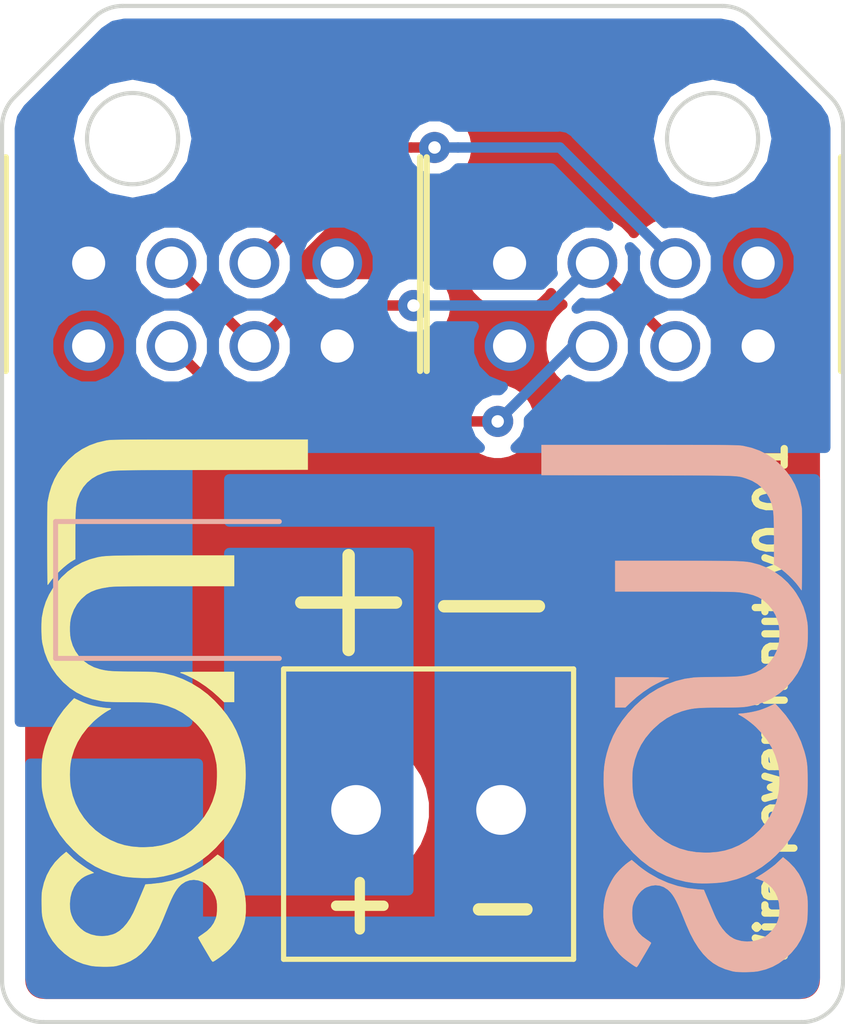
<source format=kicad_pcb>
(kicad_pcb (version 20171130) (host pcbnew "(5.0.1-3-g963ef8bb5)")

  (general
    (thickness 1.6)
    (drawings 19)
    (tracks 24)
    (zones 0)
    (modules 6)
    (nets 7)
  )

  (page A4)
  (layers
    (0 F.Cu signal hide)
    (31 B.Cu signal)
    (32 B.Adhes user hide)
    (33 F.Adhes user hide)
    (34 B.Paste user hide)
    (35 F.Paste user)
    (36 B.SilkS user)
    (37 F.SilkS user)
    (38 B.Mask user hide)
    (39 F.Mask user hide)
    (40 Dwgs.User user hide)
    (41 Cmts.User user hide)
    (42 Eco1.User user hide)
    (43 Eco2.User user hide)
    (44 Edge.Cuts user)
    (45 Margin user hide)
    (46 B.CrtYd user hide)
    (47 F.CrtYd user hide)
    (48 B.Fab user hide)
    (49 F.Fab user hide)
  )

  (setup
    (last_trace_width 0.25)
    (trace_clearance 0.2)
    (zone_clearance 0.254)
    (zone_45_only yes)
    (trace_min 0.2)
    (segment_width 0.2)
    (edge_width 0.15)
    (via_size 0.5)
    (via_drill 0.2)
    (via_min_size 0.4)
    (via_min_drill 0.2)
    (uvia_size 0.3)
    (uvia_drill 0.1)
    (uvias_allowed no)
    (uvia_min_size 0.2)
    (uvia_min_drill 0.1)
    (pcb_text_width 0.3)
    (pcb_text_size 1.5 1.5)
    (mod_edge_width 0.15)
    (mod_text_size 1 1)
    (mod_text_width 0.15)
    (pad_size 1.524 1.524)
    (pad_drill 0.762)
    (pad_to_mask_clearance 0.2)
    (solder_mask_min_width 0.25)
    (aux_axis_origin 0 0)
    (grid_origin 73.66 62.23)
    (visible_elements 7FFFFFFF)
    (pcbplotparams
      (layerselection 0x010fc_ffffffff)
      (usegerberextensions false)
      (usegerberattributes false)
      (usegerberadvancedattributes false)
      (creategerberjobfile false)
      (excludeedgelayer true)
      (linewidth 0.100000)
      (plotframeref false)
      (viasonmask false)
      (mode 1)
      (useauxorigin false)
      (hpglpennumber 1)
      (hpglpenspeed 20)
      (hpglpendiameter 15.000000)
      (psnegative false)
      (psa4output false)
      (plotreference true)
      (plotvalue true)
      (plotinvisibletext false)
      (padsonsilk false)
      (subtractmaskfromsilk false)
      (outputformat 1)
      (mirror false)
      (drillshape 0)
      (scaleselection 1)
      (outputdirectory "gerber/"))
  )

  (net 0 "")
  (net 1 /Robus_PW)
  (net 2 GND)
  (net 3 /DC_Power)
  (net 4 /PTP)
  (net 5 /B_RS_485_P)
  (net 6 /A_RS_485_N)

  (net_class Default "Ceci est la Netclass par défaut."
    (clearance 0.2)
    (trace_width 0.25)
    (via_dia 0.5)
    (via_drill 0.2)
    (uvia_dia 0.3)
    (uvia_drill 0.1)
    (add_net /A_RS_485_N)
    (add_net /B_RS_485_P)
    (add_net /DC_Power)
    (add_net /PTP)
    (add_net /Robus_PW)
    (add_net GND)
  )

  (net_class other ""
    (clearance 0.2)
    (trace_width 0.25)
    (via_dia 0.75)
    (via_drill 0.3)
    (uvia_dia 0.3)
    (uvia_drill 0.1)
  )

  (module Common_Footprint:Luos_logo (layer B.Cu) (tedit 5B9B947A) (tstamp 5BE6CA56)
    (at 89.87 55.04 270)
    (fp_text reference "" (at 0 0 270) (layer B.SilkS) hide
      (effects (font (size 1.524 1.524) (thickness 0.3)) (justify mirror))
    )
    (fp_text value "" (at 0.75 0 270) (layer B.SilkS) hide
      (effects (font (size 1.524 1.524) (thickness 0.3)) (justify mirror))
    )
    (fp_poly (pts (xy -0.3937 1.190556) (xy -0.515682 1.063469) (xy -0.646801 0.916102) (xy -0.770563 0.756235)
      (xy -0.87912 0.59407) (xy -0.888375 0.578885) (xy -0.921354 0.521666) (xy -0.957124 0.455255)
      (xy -0.993092 0.384963) (xy -1.02666 0.316101) (xy -1.055232 0.253981) (xy -1.076213 0.203913)
      (xy -1.086417 0.173716) (xy -1.093033 0.150862) (xy -1.098683 0.139971) (xy -1.103436 0.142406)
      (xy -1.107363 0.159532) (xy -1.110533 0.192712) (xy -1.113017 0.24331) (xy -1.114885 0.31269)
      (xy -1.116207 0.402215) (xy -1.117053 0.51325) (xy -1.117493 0.647157) (xy -1.1176 0.780301)
      (xy -1.1176 1.4351) (xy -0.3937 1.4351) (xy -0.3937 1.190556)) (layer B.SilkS) (width 0.01))
    (fp_poly (pts (xy -5.991204 0.904876) (xy -5.990731 0.615337) (xy -5.9903 0.350043) (xy -5.989877 0.107834)
      (xy -5.989431 -0.112445) (xy -5.988928 -0.311951) (xy -5.988338 -0.491841) (xy -5.987626 -0.653272)
      (xy -5.986761 -0.7974) (xy -5.985711 -0.925383) (xy -5.984442 -1.038377) (xy -5.982922 -1.137538)
      (xy -5.98112 -1.224025) (xy -5.979002 -1.298992) (xy -5.976535 -1.363598) (xy -5.973689 -1.418998)
      (xy -5.97043 -1.466351) (xy -5.966725 -1.506811) (xy -5.962543 -1.541537) (xy -5.95785 -1.571685)
      (xy -5.952615 -1.598412) (xy -5.946805 -1.622874) (xy -5.940387 -1.646229) (xy -5.93333 -1.669632)
      (xy -5.9256 -1.694242) (xy -5.917597 -1.719815) (xy -5.859637 -1.867488) (xy -5.782368 -1.999008)
      (xy -5.686658 -2.113504) (xy -5.573373 -2.210104) (xy -5.44338 -2.287936) (xy -5.297547 -2.34613)
      (xy -5.293005 -2.347542) (xy -5.249811 -2.359463) (xy -5.202224 -2.369539) (xy -5.147894 -2.377909)
      (xy -5.084469 -2.384711) (xy -5.0096 -2.390081) (xy -4.920934 -2.394159) (xy -4.816123 -2.397082)
      (xy -4.692815 -2.398988) (xy -4.548659 -2.400014) (xy -4.393181 -2.4003) (xy -3.836053 -2.4003)
      (xy -3.81589 -2.43929) (xy -3.772216 -2.511725) (xy -3.712167 -2.594145) (xy -3.640042 -2.68178)
      (xy -3.560141 -2.769859) (xy -3.476761 -2.853612) (xy -3.394203 -2.928267) (xy -3.3274 -2.981364)
      (xy -3.284256 -3.013269) (xy -3.248433 -3.040174) (xy -3.225235 -3.058079) (xy -3.220085 -3.062352)
      (xy -3.23077 -3.063788) (xy -3.264532 -3.065114) (xy -3.319047 -3.066327) (xy -3.391992 -3.067424)
      (xy -3.481045 -3.068401) (xy -3.583882 -3.069257) (xy -3.69818 -3.069988) (xy -3.821615 -3.070591)
      (xy -3.951866 -3.071063) (xy -4.086608 -3.071402) (xy -4.223518 -3.071604) (xy -4.360274 -3.071666)
      (xy -4.494551 -3.071586) (xy -4.624028 -3.071361) (xy -4.746381 -3.070988) (xy -4.859287 -3.070463)
      (xy -4.960422 -3.069784) (xy -5.047464 -3.068949) (xy -5.118089 -3.067953) (xy -5.169974 -3.066794)
      (xy -5.200797 -3.06547) (xy -5.207 -3.064848) (xy -5.41071 -3.023882) (xy -5.59588 -2.96851)
      (xy -5.765992 -2.89699) (xy -5.924524 -2.80758) (xy -6.074956 -2.698539) (xy -6.220767 -2.568125)
      (xy -6.24269 -2.546376) (xy -6.375093 -2.395596) (xy -6.486748 -2.230445) (xy -6.577229 -2.051785)
      (xy -6.646111 -1.860483) (xy -6.692969 -1.657401) (xy -6.699093 -1.61925) (xy -6.701461 -1.600838)
      (xy -6.703629 -1.577792) (xy -6.705606 -1.549016) (xy -6.707402 -1.513413) (xy -6.709023 -1.469887)
      (xy -6.710479 -1.41734) (xy -6.711777 -1.354677) (xy -6.712928 -1.280801) (xy -6.713938 -1.194615)
      (xy -6.714817 -1.095023) (xy -6.715572 -0.980928) (xy -6.716213 -0.851234) (xy -6.716747 -0.704844)
      (xy -6.717184 -0.540662) (xy -6.717532 -0.35759) (xy -6.717799 -0.154533) (xy -6.717993 0.069606)
      (xy -6.718123 0.315924) (xy -6.718198 0.585517) (xy -6.718226 0.860425) (xy -6.7183 3.2131)
      (xy -6.356679 3.213101) (xy -5.995058 3.213101) (xy -5.991204 0.904876)) (layer B.SilkS) (width 0.01))
    (fp_poly (pts (xy 4.671245 1.716286) (xy 4.823697 1.701936) (xy 4.955046 1.675878) (xy 5.112537 1.622409)
      (xy 5.266868 1.546597) (xy 5.413163 1.451438) (xy 5.546547 1.339932) (xy 5.615056 1.270067)
      (xy 5.653045 1.226104) (xy 5.695097 1.17391) (xy 5.738239 1.117611) (xy 5.7795 1.061334)
      (xy 5.815906 1.009204) (xy 5.844485 0.965348) (xy 5.862265 0.93389) (xy 5.866726 0.92075)
      (xy 5.856588 0.908041) (xy 5.830301 0.88788) (xy 5.800364 0.868778) (xy 5.768377 0.849826)
      (xy 5.719293 0.820733) (xy 5.657863 0.784315) (xy 5.588838 0.74339) (xy 5.516969 0.700773)
      (xy 5.516514 0.700503) (xy 5.449397 0.661045) (xy 5.389467 0.626462) (xy 5.34023 0.598725)
      (xy 5.305191 0.579804) (xy 5.287857 0.571669) (xy 5.286956 0.5715) (xy 5.275309 0.581556)
      (xy 5.254145 0.608503) (xy 5.227112 0.647511) (xy 5.212601 0.669925) (xy 5.128756 0.785387)
      (xy 5.037832 0.877313) (xy 4.938221 0.94697) (xy 4.828315 0.995625) (xy 4.782056 1.009248)
      (xy 4.720744 1.020019) (xy 4.643528 1.026383) (xy 4.559545 1.028212) (xy 4.477928 1.025377)
      (xy 4.407812 1.017748) (xy 4.39165 1.014769) (xy 4.294386 0.984959) (xy 4.198458 0.937921)
      (xy 4.109059 0.877498) (xy 4.031379 0.807536) (xy 3.970613 0.731879) (xy 3.943231 0.682759)
      (xy 3.904798 0.572381) (xy 3.891098 0.464412) (xy 3.901941 0.360296) (xy 3.937136 0.261481)
      (xy 3.996492 0.169411) (xy 4.013614 0.149261) (xy 4.0612 0.101257) (xy 4.117082 0.055759)
      (xy 4.184113 0.011126) (xy 4.265145 -0.034282) (xy 4.36303 -0.082106) (xy 4.480622 -0.133987)
      (xy 4.572 -0.171893) (xy 4.641943 -0.200358) (xy 4.723397 -0.233525) (xy 4.804352 -0.266504)
      (xy 4.8514 -0.285678) (xy 5.058641 -0.37737) (xy 5.242493 -0.47413) (xy 5.40463 -0.576927)
      (xy 5.546731 -0.686731) (xy 5.5499 -0.689451) (xy 5.669809 -0.805263) (xy 5.769304 -0.929722)
      (xy 5.850242 -1.06604) (xy 5.914485 -1.217429) (xy 5.96389 -1.387102) (xy 5.970518 -1.41605)
      (xy 5.978953 -1.472427) (xy 5.984471 -1.547731) (xy 5.987133 -1.635662) (xy 5.986999 -1.729922)
      (xy 5.984132 -1.824212) (xy 5.978593 -1.912233) (xy 5.970442 -1.987686) (xy 5.964624 -2.022791)
      (xy 5.919574 -2.200074) (xy 5.856386 -2.362985) (xy 5.773341 -2.514572) (xy 5.668717 -2.657879)
      (xy 5.540795 -2.795955) (xy 5.513308 -2.822232) (xy 5.366675 -2.942665) (xy 5.205829 -3.04208)
      (xy 5.030995 -3.120354) (xy 4.87045 -3.170456) (xy 4.821158 -3.182294) (xy 4.775533 -3.191103)
      (xy 4.728014 -3.197433) (xy 4.673038 -3.201834) (xy 4.605042 -3.204855) (xy 4.518463 -3.207047)
      (xy 4.4958 -3.207483) (xy 4.374712 -3.208484) (xy 4.276921 -3.206505) (xy 4.200488 -3.201477)
      (xy 4.1529 -3.19512) (xy 3.961898 -3.149359) (xy 3.784933 -3.082602) (xy 3.622294 -2.995015)
      (xy 3.474274 -2.886765) (xy 3.341162 -2.758018) (xy 3.295373 -2.704761) (xy 3.222545 -2.615744)
      (xy 3.290532 -2.542947) (xy 3.323603 -2.507737) (xy 3.349936 -2.480074) (xy 3.364774 -2.464945)
      (xy 3.366017 -2.4638) (xy 3.387812 -2.440998) (xy 3.420322 -2.401568) (xy 3.460207 -2.350036)
      (xy 3.504129 -2.290933) (xy 3.548749 -2.228786) (xy 3.590728 -2.168123) (xy 3.626726 -2.113474)
      (xy 3.639894 -2.092362) (xy 3.725227 -1.952354) (xy 3.75273 -2.033452) (xy 3.781857 -2.111479)
      (xy 3.812366 -2.174302) (xy 3.849427 -2.231833) (xy 3.871308 -2.260793) (xy 3.960967 -2.354901)
      (xy 4.06643 -2.429646) (xy 4.186401 -2.484449) (xy 4.319587 -2.518728) (xy 4.46469 -2.531905)
      (xy 4.47675 -2.53203) (xy 4.577046 -2.528831) (xy 4.662982 -2.516761) (xy 4.744699 -2.493642)
      (xy 4.83234 -2.457297) (xy 4.8387 -2.454323) (xy 4.916205 -2.408484) (xy 4.995414 -2.345336)
      (xy 5.069483 -2.27149) (xy 5.131564 -2.193554) (xy 5.164305 -2.13995) (xy 5.215916 -2.01593)
      (xy 5.246664 -1.884104) (xy 5.25641 -1.749164) (xy 5.245016 -1.615804) (xy 5.212344 -1.488718)
      (xy 5.185386 -1.423471) (xy 5.128301 -1.329959) (xy 5.048062 -1.238544) (xy 4.946916 -1.15103)
      (xy 4.827108 -1.069219) (xy 4.690883 -0.994913) (xy 4.600564 -0.953991) (xy 4.548193 -0.931922)
      (xy 4.478864 -0.902663) (xy 4.399004 -0.868928) (xy 4.315044 -0.833434) (xy 4.2418 -0.802446)
      (xy 4.00685 -0.703005) (xy 3.997749 -0.567599) (xy 3.968789 -0.31509) (xy 3.916301 -0.071787)
      (xy 3.839976 0.163226) (xy 3.739505 0.390869) (xy 3.614579 0.612057) (xy 3.583482 0.6604)
      (xy 3.541028 0.722616) (xy 3.494462 0.78711) (xy 3.4501 0.845309) (xy 3.421112 0.880793)
      (xy 3.383678 0.924588) (xy 3.349153 0.965248) (xy 3.323388 0.995874) (xy 3.317731 1.002693)
      (xy 3.289013 1.037551) (xy 3.33985 1.112501) (xy 3.38862 1.176502) (xy 3.452109 1.24829)
      (xy 3.524011 1.321402) (xy 3.598018 1.389377) (xy 3.6576 1.438084) (xy 3.71524 1.47724)
      (xy 3.789037 1.520521) (xy 3.871104 1.563852) (xy 3.953558 1.603159) (xy 4.028514 1.634369)
      (xy 4.056994 1.644455) (xy 4.197005 1.6813) (xy 4.350791 1.70572) (xy 4.51124 1.717465)
      (xy 4.671245 1.716286)) (layer B.SilkS) (width 0.01))
    (fp_poly (pts (xy 1.459355 1.710961) (xy 1.693227 1.695943) (xy 1.91159 1.663242) (xy 2.118146 1.611787)
      (xy 2.3166 1.540508) (xy 2.510655 1.448334) (xy 2.654424 1.365535) (xy 2.706714 1.332845)
      (xy 2.749014 1.305101) (xy 2.787654 1.27769) (xy 2.828963 1.245999) (xy 2.879273 1.205418)
      (xy 2.918909 1.172821) (xy 3.115553 0.996369) (xy 3.288496 0.811037) (xy 3.438005 0.616352)
      (xy 3.564346 0.411844) (xy 3.667788 0.19704) (xy 3.748595 -0.028532) (xy 3.807036 -0.265343)
      (xy 3.836164 -0.449105) (xy 3.844282 -0.544875) (xy 3.84792 -0.658059) (xy 3.847346 -0.781856)
      (xy 3.842829 -0.909462) (xy 3.834637 -1.034076) (xy 3.823038 -1.148893) (xy 3.8083 -1.247113)
      (xy 3.803797 -1.27) (xy 3.745137 -1.497981) (xy 3.667018 -1.712584) (xy 3.568212 -1.916106)
      (xy 3.447492 -2.110844) (xy 3.303632 -2.299095) (xy 3.18103 -2.43613) (xy 2.996877 -2.612792)
      (xy 2.801743 -2.766727) (xy 2.594892 -2.898339) (xy 2.375587 -3.008033) (xy 2.143091 -3.096212)
      (xy 1.896667 -3.163281) (xy 1.8288 -3.177594) (xy 1.77976 -3.186821) (xy 1.734336 -3.193886)
      (xy 1.687988 -3.19907) (xy 1.636179 -3.202654) (xy 1.574371 -3.204918) (xy 1.498024 -3.206143)
      (xy 1.402602 -3.206608) (xy 1.3589 -3.206645) (xy 1.232376 -3.205922) (xy 1.126097 -3.20332)
      (xy 1.034937 -3.198233) (xy 0.953775 -3.190059) (xy 0.877485 -3.178194) (xy 0.800943 -3.162034)
      (xy 0.719027 -3.140976) (xy 0.6604 -3.124354) (xy 0.432995 -3.045385) (xy 0.211401 -2.943189)
      (xy -0.000798 -2.81984) (xy -0.200021 -2.677414) (xy -0.376718 -2.523727) (xy -0.480385 -2.424326)
      (xy -0.418808 -2.294838) (xy -0.38779 -2.224612) (xy -0.356347 -2.145106) (xy -0.329412 -2.069105)
      (xy -0.319462 -2.037379) (xy -0.299725 -1.962645) (xy -0.281014 -1.877636) (xy -0.264578 -1.789552)
      (xy -0.251667 -1.705595) (xy -0.243531 -1.632966) (xy -0.2413 -1.587115) (xy -0.238463 -1.550531)
      (xy -0.230242 -1.538528) (xy -0.217072 -1.55128) (xy -0.206065 -1.572926) (xy -0.178105 -1.625781)
      (xy -0.136427 -1.691378) (xy -0.085027 -1.764252) (xy -0.027901 -1.838943) (xy 0.030955 -1.909986)
      (xy 0.080187 -1.964292) (xy 0.23843 -2.115007) (xy 0.402531 -2.241637) (xy 0.574179 -2.345153)
      (xy 0.755066 -2.426525) (xy 0.946883 -2.486725) (xy 1.019382 -2.503494) (xy 1.119425 -2.519198)
      (xy 1.235972 -2.528706) (xy 1.360873 -2.531936) (xy 1.485978 -2.528805) (xy 1.603137 -2.51923)
      (xy 1.667724 -2.510103) (xy 1.865892 -2.463702) (xy 2.056143 -2.39401) (xy 2.236687 -2.302387)
      (xy 2.405736 -2.190193) (xy 2.561498 -2.058786) (xy 2.702183 -1.909527) (xy 2.826002 -1.743775)
      (xy 2.931164 -1.56289) (xy 2.941063 -1.54305) (xy 3.011761 -1.378189) (xy 3.063128 -1.209059)
      (xy 3.096142 -1.031168) (xy 3.111776 -0.840021) (xy 3.113402 -0.7493) (xy 3.102328 -0.528183)
      (xy 3.06888 -0.318929) (xy 3.012884 -0.121056) (xy 2.934165 0.065916) (xy 2.832551 0.242466)
      (xy 2.707865 0.409076) (xy 2.682868 0.43815) (xy 2.533048 0.590665) (xy 2.37041 0.721263)
      (xy 2.194765 0.830058) (xy 2.005925 0.917162) (xy 1.8037 0.982686) (xy 1.7399 0.998265)
      (xy 1.676007 1.008925) (xy 1.59327 1.017113) (xy 1.498134 1.022704) (xy 1.397045 1.025577)
      (xy 1.296449 1.025609) (xy 1.202793 1.022676) (xy 1.122522 1.016656) (xy 1.0795 1.010845)
      (xy 0.874847 0.965058) (xy 0.686026 0.900411) (xy 0.510507 0.815596) (xy 0.345762 0.709308)
      (xy 0.189266 0.58024) (xy 0.122819 0.516349) (xy -0.017876 0.359072) (xy -0.135068 0.192933)
      (xy -0.229516 0.016593) (xy -0.301977 -0.17129) (xy -0.336714 -0.296328) (xy -0.349574 -0.35302)
      (xy -0.360283 -0.408156) (xy -0.369044 -0.464765) (xy -0.376055 -0.525877) (xy -0.381517 -0.594522)
      (xy -0.385632 -0.673729) (xy -0.3886 -0.766529) (xy -0.390621 -0.875951) (xy -0.391897 -1.005025)
      (xy -0.392571 -1.139879) (xy -0.393157 -1.268919) (xy -0.394027 -1.37583) (xy -0.395324 -1.463879)
      (xy -0.397188 -1.536338) (xy -0.399761 -1.596474) (xy -0.403185 -1.647559) (xy -0.4076 -1.692861)
      (xy -0.413148 -1.735651) (xy -0.419971 -1.779196) (xy -0.420311 -1.781229) (xy -0.466673 -1.988444)
      (xy -0.534016 -2.181417) (xy -0.62248 -2.360426) (xy -0.732206 -2.52575) (xy -0.863335 -2.677666)
      (xy -0.883334 -2.697806) (xy -1.045524 -2.84174) (xy -1.217976 -2.962446) (xy -1.400777 -3.059969)
      (xy -1.594014 -3.134354) (xy -1.797775 -3.185645) (xy -1.847472 -3.194397) (xy -1.910536 -3.201766)
      (xy -1.991856 -3.207092) (xy -2.084461 -3.210318) (xy -2.18138 -3.211385) (xy -2.275643 -3.210238)
      (xy -2.36028 -3.206818) (xy -2.42832 -3.201069) (xy -2.441749 -3.199286) (xy -2.63265 -3.161496)
      (xy -2.810621 -3.105104) (xy -2.980084 -3.028243) (xy -3.145458 -2.929046) (xy -3.237736 -2.863189)
      (xy -3.395924 -2.728585) (xy -3.535094 -2.577978) (xy -3.654219 -2.412973) (xy -3.752276 -2.235176)
      (xy -3.82824 -2.046191) (xy -3.878649 -1.859472) (xy -3.885384 -1.825455) (xy -3.891429 -1.790185)
      (xy -3.89682 -1.752183) (xy -3.901595 -1.709972) (xy -3.90579 -1.662074) (xy -3.909441 -1.607009)
      (xy -3.912586 -1.543302) (xy -3.915262 -1.469472) (xy -3.917504 -1.384043) (xy -3.919349 -1.285536)
      (xy -3.920835 -1.172473) (xy -3.921998 -1.043376) (xy -3.922874 -0.896767) (xy -3.923501 -0.731168)
      (xy -3.923914 -0.5451) (xy -3.924152 -0.337087) (xy -3.924249 -0.105649) (xy -3.924257 -0.022225)
      (xy -3.9243 1.4351) (xy -3.1877 1.4351) (xy -3.1877 0.001166) (xy -3.187663 -0.22546)
      (xy -3.187539 -0.428192) (xy -3.187308 -0.608534) (xy -3.186952 -0.767993) (xy -3.18645 -0.908073)
      (xy -3.185785 -1.03028) (xy -3.184936 -1.136119) (xy -3.183885 -1.227096) (xy -3.182612 -1.304716)
      (xy -3.181098 -1.370484) (xy -3.179324 -1.425905) (xy -3.177271 -1.472486) (xy -3.174919 -1.511731)
      (xy -3.17225 -1.545146) (xy -3.169243 -1.574236) (xy -3.167402 -1.589221) (xy -3.13994 -1.753134)
      (xy -3.102783 -1.89476) (xy -3.055465 -2.015477) (xy -2.99752 -2.116663) (xy -2.98065 -2.13995)
      (xy -2.87434 -2.259887) (xy -2.753964 -2.358678) (xy -2.619678 -2.436225) (xy -2.471635 -2.492426)
      (xy -2.40665 -2.509355) (xy -2.314473 -2.524241) (xy -2.207643 -2.531605) (xy -2.095769 -2.531447)
      (xy -1.988456 -2.523767) (xy -1.89865 -2.50932) (xy -1.751192 -2.463929) (xy -1.615432 -2.396989)
      (xy -1.493303 -2.310374) (xy -1.386734 -2.205955) (xy -1.297654 -2.085604) (xy -1.227996 -1.951195)
      (xy -1.182092 -1.814264) (xy -1.168102 -1.756605) (xy -1.156582 -1.701925) (xy -1.147276 -1.646893)
      (xy -1.139925 -1.588178) (xy -1.134273 -1.522448) (xy -1.130063 -1.446371) (xy -1.127038 -1.356618)
      (xy -1.124941 -1.249856) (xy -1.123515 -1.122753) (xy -1.122955 -1.04775) (xy -1.122004 -0.936002)
      (xy -1.120685 -0.828074) (xy -1.119071 -0.727627) (xy -1.117237 -0.638322) (xy -1.115257 -0.563817)
      (xy -1.113205 -0.507774) (xy -1.111367 -0.47625) (xy -1.079852 -0.249897) (xy -1.023919 -0.026659)
      (xy -0.944525 0.19146) (xy -0.842628 0.402458) (xy -0.719186 0.604329) (xy -0.575155 0.795071)
      (xy -0.425837 0.958449) (xy -0.249782 1.12267) (xy -0.072568 1.26358) (xy 0.10894 1.383191)
      (xy 0.29788 1.483515) (xy 0.497388 1.566562) (xy 0.55245 1.585937) (xy 0.710683 1.634545)
      (xy 0.864455 1.670642) (xy 1.020059 1.695096) (xy 1.183794 1.708774) (xy 1.361953 1.712545)
      (xy 1.459355 1.710961)) (layer B.SilkS) (width 0.01))
  )

  (module Common_Footprint:1776275-2 (layer F.Cu) (tedit 5B589473) (tstamp 5BE6C215)
    (at 83.93 57.12)
    (path /5BE6D8BA)
    (fp_text reference J3 (at 0 2) (layer F.SilkS) hide
      (effects (font (size 1 1) (thickness 0.15)))
    )
    (fp_text value Screw_Terminal_01x02-Connector_Specialized (at 0.2 -4.4) (layer F.Fab)
      (effects (font (size 1 1) (thickness 0.15)))
    )
    (fp_line (start -3.5 3.6) (end 3.5 3.6) (layer F.SilkS) (width 0.125))
    (fp_line (start 3.5 3.6) (end 3.5 -3.4) (layer F.SilkS) (width 0.125))
    (fp_line (start 3.5 -3.4) (end -3.5 -3.4) (layer F.SilkS) (width 0.125))
    (fp_line (start -3.5 -3.4) (end -3.5 3.6) (layer F.SilkS) (width 0.125))
    (pad 1 thru_hole circle (at -1.75 0) (size 2.5 2.5) (drill 1.2) (layers *.Cu *.Mask)
      (net 3 /DC_Power))
    (pad 2 thru_hole circle (at 1.75 0 180) (size 2.5 2.5) (drill 1.2) (layers *.Cu *.Mask)
      (net 2 GND))
    (model ${KISYS3DMOD}/c-1776275-2-a-3d.step
      (at (xyz 0 0 0))
      (scale (xyz 1 1 1))
      (rotate (xyz 0 0 0))
    )
  )

  (module "Common_Footprint:DF11-8DP-2DS(24)" locked (layer F.Cu) (tedit 5C6D4111) (tstamp 5AB2CA2F)
    (at 78.725 44.935)
    (path /5AB29375)
    (fp_text reference J2 (at 4.084 -4.29) (layer F.Fab)
      (effects (font (size 1 1) (thickness 0.15)))
    )
    (fp_text value "DF11-8DP-2DS(24)" (at 0 3) (layer F.Fab)
      (effects (font (size 1 1) (thickness 0.15)))
    )
    (fp_line (start -4.826 1.524) (end 4.826 1.524) (layer F.Fab) (width 0.1))
    (fp_line (start -4.826 -6.35) (end -4.826 1.524) (layer F.Fab) (width 0.1))
    (fp_line (start 4.826 -6.35) (end -4.826 -6.35) (layer F.Fab) (width 0.1))
    (fp_line (start 4.826 1.524) (end 4.826 -6.35) (layer F.Fab) (width 0.1))
    (fp_line (start 5 -3.55) (end 5 1.6) (layer F.SilkS) (width 0.15))
    (fp_line (start -5 1.6) (end -5 -3.55) (layer F.SilkS) (width 0.15))
    (pad 8 thru_hole circle (at -3 -1) (size 1.2 1.2) (drill 0.8) (layers *.Cu *.Mask)
      (net 1 /Robus_PW))
    (pad 7 thru_hole circle (at -3 1) (size 1.2 1.2) (drill 0.8) (layers *.Cu *.Mask)
      (net 2 GND))
    (pad 6 thru_hole circle (at -1 -1) (size 1.2 1.2) (drill 0.8) (layers *.Cu *.Mask)
      (net 4 /PTP))
    (pad 5 thru_hole circle (at -1 1) (size 1.2 1.2) (drill 0.8) (layers *.Cu *.Mask)
      (net 6 /A_RS_485_N))
    (pad 4 thru_hole circle (at 1 -1) (size 1.2 1.2) (drill 0.8) (layers *.Cu *.Mask)
      (net 5 /B_RS_485_P))
    (pad 3 thru_hole circle (at 1 1) (size 1.2 1.2) (drill 0.8) (layers *.Cu *.Mask)
      (net 4 /PTP))
    (pad 2 thru_hole circle (at 3 -1) (size 1.2 1.2) (drill 0.8) (layers *.Cu *.Mask)
      (net 2 GND))
    (pad 1 thru_hole circle (at 3 1) (size 1.2 1.2) (drill 0.8) (layers *.Cu *.Mask)
      (net 1 /Robus_PW))
    (model ${KISYS3DMOD}/DF11-8DP-2DS.step
      (offset (xyz 0 3.7 0))
      (scale (xyz 1 1 1))
      (rotate (xyz 0 0 0))
    )
  )

  (module "Common_Footprint:DF11-8DP-2DS(24)" locked (layer F.Cu) (tedit 5C6D4111) (tstamp 5AB2CA20)
    (at 88.885 44.935)
    (path /5AB292F2)
    (fp_text reference J1 (at -4.084 -4.29) (layer F.Fab)
      (effects (font (size 1 1) (thickness 0.15)))
    )
    (fp_text value "DF11-8DP-2DS(24)" (at 0 3) (layer F.Fab)
      (effects (font (size 1 1) (thickness 0.15)))
    )
    (fp_line (start -4.826 1.524) (end 4.826 1.524) (layer F.Fab) (width 0.1))
    (fp_line (start -4.826 -6.35) (end -4.826 1.524) (layer F.Fab) (width 0.1))
    (fp_line (start 4.826 -6.35) (end -4.826 -6.35) (layer F.Fab) (width 0.1))
    (fp_line (start 4.826 1.524) (end 4.826 -6.35) (layer F.Fab) (width 0.1))
    (fp_line (start 5 -3.55) (end 5 1.6) (layer F.SilkS) (width 0.15))
    (fp_line (start -5 1.6) (end -5 -3.55) (layer F.SilkS) (width 0.15))
    (pad 8 thru_hole circle (at -3 -1) (size 1.2 1.2) (drill 0.8) (layers *.Cu *.Mask)
      (net 1 /Robus_PW))
    (pad 7 thru_hole circle (at -3 1) (size 1.2 1.2) (drill 0.8) (layers *.Cu *.Mask)
      (net 2 GND))
    (pad 6 thru_hole circle (at -1 -1) (size 1.2 1.2) (drill 0.8) (layers *.Cu *.Mask)
      (net 4 /PTP))
    (pad 5 thru_hole circle (at -1 1) (size 1.2 1.2) (drill 0.8) (layers *.Cu *.Mask)
      (net 6 /A_RS_485_N))
    (pad 4 thru_hole circle (at 1 -1) (size 1.2 1.2) (drill 0.8) (layers *.Cu *.Mask)
      (net 5 /B_RS_485_P))
    (pad 3 thru_hole circle (at 1 1) (size 1.2 1.2) (drill 0.8) (layers *.Cu *.Mask)
      (net 4 /PTP))
    (pad 2 thru_hole circle (at 3 -1) (size 1.2 1.2) (drill 0.8) (layers *.Cu *.Mask)
      (net 2 GND))
    (pad 1 thru_hole circle (at 3 1) (size 1.2 1.2) (drill 0.8) (layers *.Cu *.Mask)
      (net 1 /Robus_PW))
    (model ${KISYS3DMOD}/DF11-8DP-2DS.step
      (offset (xyz 0 3.7 0))
      (scale (xyz 1 1 1))
      (rotate (xyz 0 0 0))
    )
  )

  (module Common_Footprint:D_SMA (layer B.Cu) (tedit 5AB36566) (tstamp 5AB380F5)
    (at 77.597 51.816)
    (path /5AB3713C)
    (fp_text reference D1 (at 1.27 2.54) (layer B.SilkS) hide
      (effects (font (size 1 1) (thickness 0.15)) (justify mirror))
    )
    (fp_text value HTA5L45 (at 1.27 2.54) (layer B.Fab)
      (effects (font (size 1 1) (thickness 0.15)) (justify mirror))
    )
    (fp_line (start 3.03 1.5) (end -1.57 1.5) (layer B.Fab) (width 0.1))
    (fp_line (start -2.67 1.65) (end -2.67 -1.65) (layer B.SilkS) (width 0.12))
    (fp_line (start -2.77 1.75) (end 4.23 1.75) (layer B.CrtYd) (width 0.05))
    (fp_line (start 4.23 1.75) (end 4.23 -1.75) (layer B.CrtYd) (width 0.05))
    (fp_line (start -1.57 -1.5) (end -1.57 1.5) (layer B.Fab) (width 0.1))
    (fp_line (start 3.03 1.5) (end 3.03 -1.5) (layer B.Fab) (width 0.1))
    (fp_line (start 4.23 -1.75) (end -2.77 -1.75) (layer B.CrtYd) (width 0.05))
    (fp_line (start -2.77 -1.75) (end -2.77 1.75) (layer B.CrtYd) (width 0.05))
    (fp_line (start 3.03 -1.5) (end -1.57 -1.5) (layer B.Fab) (width 0.1))
    (fp_line (start 0.08056 -0.00102) (end -0.82114 -0.00102) (layer B.Fab) (width 0.1))
    (fp_line (start 1.23118 -0.00102) (end 2.2294 -0.00102) (layer B.Fab) (width 0.1))
    (fp_line (start 0.08056 0.79908) (end 0.08056 -0.80112) (layer B.Fab) (width 0.1))
    (fp_line (start 1.23118 -0.75032) (end 1.23118 0.79908) (layer B.Fab) (width 0.1))
    (fp_line (start 0.08056 -0.00102) (end 1.23118 -0.75032) (layer B.Fab) (width 0.1))
    (fp_line (start 0.08056 -0.00102) (end 1.23118 0.79908) (layer B.Fab) (width 0.1))
    (fp_line (start -2.67 -1.65) (end 2.73 -1.65) (layer B.SilkS) (width 0.12))
    (fp_line (start -2.67 1.65) (end 2.73 1.65) (layer B.SilkS) (width 0.12))
    (pad 1 smd rect (at -1.27 0) (size 2.5 1.8) (layers B.Cu B.Paste B.Mask)
      (net 1 /Robus_PW))
    (pad 2 smd rect (at 2.73 0) (size 2.5 1.8) (layers B.Cu B.Paste B.Mask)
      (net 3 /DC_Power))
    (model ${KISYS3DMOD}/D_SMA.step
      (offset (xyz 0.7 0 0))
      (scale (xyz 1 1 1))
      (rotate (xyz 0 0 0))
    )
  )

  (module Common_Footprint:Luos_logo (layer F.Cu) (tedit 5B9B947A) (tstamp 5BE6CA4D)
    (at 77.8 54.91 270)
    (fp_text reference "" (at 0 0 270) (layer F.SilkS) hide
      (effects (font (size 1.524 1.524) (thickness 0.3)))
    )
    (fp_text value "" (at 0.75 0 270) (layer F.SilkS) hide
      (effects (font (size 1.524 1.524) (thickness 0.3)))
    )
    (fp_poly (pts (xy -0.3937 -1.190556) (xy -0.515682 -1.063469) (xy -0.646801 -0.916102) (xy -0.770563 -0.756235)
      (xy -0.87912 -0.59407) (xy -0.888375 -0.578885) (xy -0.921354 -0.521666) (xy -0.957124 -0.455255)
      (xy -0.993092 -0.384963) (xy -1.02666 -0.316101) (xy -1.055232 -0.253981) (xy -1.076213 -0.203913)
      (xy -1.086417 -0.173716) (xy -1.093033 -0.150862) (xy -1.098683 -0.139971) (xy -1.103436 -0.142406)
      (xy -1.107363 -0.159532) (xy -1.110533 -0.192712) (xy -1.113017 -0.24331) (xy -1.114885 -0.31269)
      (xy -1.116207 -0.402215) (xy -1.117053 -0.51325) (xy -1.117493 -0.647157) (xy -1.1176 -0.780301)
      (xy -1.1176 -1.4351) (xy -0.3937 -1.4351) (xy -0.3937 -1.190556)) (layer F.SilkS) (width 0.01))
    (fp_poly (pts (xy -5.991204 -0.904876) (xy -5.990731 -0.615337) (xy -5.9903 -0.350043) (xy -5.989877 -0.107834)
      (xy -5.989431 0.112445) (xy -5.988928 0.311951) (xy -5.988338 0.491841) (xy -5.987626 0.653272)
      (xy -5.986761 0.7974) (xy -5.985711 0.925383) (xy -5.984442 1.038377) (xy -5.982922 1.137538)
      (xy -5.98112 1.224025) (xy -5.979002 1.298992) (xy -5.976535 1.363598) (xy -5.973689 1.418998)
      (xy -5.97043 1.466351) (xy -5.966725 1.506811) (xy -5.962543 1.541537) (xy -5.95785 1.571685)
      (xy -5.952615 1.598412) (xy -5.946805 1.622874) (xy -5.940387 1.646229) (xy -5.93333 1.669632)
      (xy -5.9256 1.694242) (xy -5.917597 1.719815) (xy -5.859637 1.867488) (xy -5.782368 1.999008)
      (xy -5.686658 2.113504) (xy -5.573373 2.210104) (xy -5.44338 2.287936) (xy -5.297547 2.34613)
      (xy -5.293005 2.347542) (xy -5.249811 2.359463) (xy -5.202224 2.369539) (xy -5.147894 2.377909)
      (xy -5.084469 2.384711) (xy -5.0096 2.390081) (xy -4.920934 2.394159) (xy -4.816123 2.397082)
      (xy -4.692815 2.398988) (xy -4.548659 2.400014) (xy -4.393181 2.4003) (xy -3.836053 2.4003)
      (xy -3.81589 2.43929) (xy -3.772216 2.511725) (xy -3.712167 2.594145) (xy -3.640042 2.68178)
      (xy -3.560141 2.769859) (xy -3.476761 2.853612) (xy -3.394203 2.928267) (xy -3.3274 2.981364)
      (xy -3.284256 3.013269) (xy -3.248433 3.040174) (xy -3.225235 3.058079) (xy -3.220085 3.062352)
      (xy -3.23077 3.063788) (xy -3.264532 3.065114) (xy -3.319047 3.066327) (xy -3.391992 3.067424)
      (xy -3.481045 3.068401) (xy -3.583882 3.069257) (xy -3.69818 3.069988) (xy -3.821615 3.070591)
      (xy -3.951866 3.071063) (xy -4.086608 3.071402) (xy -4.223518 3.071604) (xy -4.360274 3.071666)
      (xy -4.494551 3.071586) (xy -4.624028 3.071361) (xy -4.746381 3.070988) (xy -4.859287 3.070463)
      (xy -4.960422 3.069784) (xy -5.047464 3.068949) (xy -5.118089 3.067953) (xy -5.169974 3.066794)
      (xy -5.200797 3.06547) (xy -5.207 3.064848) (xy -5.41071 3.023882) (xy -5.59588 2.96851)
      (xy -5.765992 2.89699) (xy -5.924524 2.80758) (xy -6.074956 2.698539) (xy -6.220767 2.568125)
      (xy -6.24269 2.546376) (xy -6.375093 2.395596) (xy -6.486748 2.230445) (xy -6.577229 2.051785)
      (xy -6.646111 1.860483) (xy -6.692969 1.657401) (xy -6.699093 1.61925) (xy -6.701461 1.600838)
      (xy -6.703629 1.577792) (xy -6.705606 1.549016) (xy -6.707402 1.513413) (xy -6.709023 1.469887)
      (xy -6.710479 1.41734) (xy -6.711777 1.354677) (xy -6.712928 1.280801) (xy -6.713938 1.194615)
      (xy -6.714817 1.095023) (xy -6.715572 0.980928) (xy -6.716213 0.851234) (xy -6.716747 0.704844)
      (xy -6.717184 0.540662) (xy -6.717532 0.35759) (xy -6.717799 0.154533) (xy -6.717993 -0.069606)
      (xy -6.718123 -0.315924) (xy -6.718198 -0.585517) (xy -6.718226 -0.860425) (xy -6.7183 -3.2131)
      (xy -6.356679 -3.213101) (xy -5.995058 -3.213101) (xy -5.991204 -0.904876)) (layer F.SilkS) (width 0.01))
    (fp_poly (pts (xy 4.671245 -1.716286) (xy 4.823697 -1.701936) (xy 4.955046 -1.675878) (xy 5.112537 -1.622409)
      (xy 5.266868 -1.546597) (xy 5.413163 -1.451438) (xy 5.546547 -1.339932) (xy 5.615056 -1.270067)
      (xy 5.653045 -1.226104) (xy 5.695097 -1.17391) (xy 5.738239 -1.117611) (xy 5.7795 -1.061334)
      (xy 5.815906 -1.009204) (xy 5.844485 -0.965348) (xy 5.862265 -0.93389) (xy 5.866726 -0.92075)
      (xy 5.856588 -0.908041) (xy 5.830301 -0.88788) (xy 5.800364 -0.868778) (xy 5.768377 -0.849826)
      (xy 5.719293 -0.820733) (xy 5.657863 -0.784315) (xy 5.588838 -0.74339) (xy 5.516969 -0.700773)
      (xy 5.516514 -0.700503) (xy 5.449397 -0.661045) (xy 5.389467 -0.626462) (xy 5.34023 -0.598725)
      (xy 5.305191 -0.579804) (xy 5.287857 -0.571669) (xy 5.286956 -0.5715) (xy 5.275309 -0.581556)
      (xy 5.254145 -0.608503) (xy 5.227112 -0.647511) (xy 5.212601 -0.669925) (xy 5.128756 -0.785387)
      (xy 5.037832 -0.877313) (xy 4.938221 -0.94697) (xy 4.828315 -0.995625) (xy 4.782056 -1.009248)
      (xy 4.720744 -1.020019) (xy 4.643528 -1.026383) (xy 4.559545 -1.028212) (xy 4.477928 -1.025377)
      (xy 4.407812 -1.017748) (xy 4.39165 -1.014769) (xy 4.294386 -0.984959) (xy 4.198458 -0.937921)
      (xy 4.109059 -0.877498) (xy 4.031379 -0.807536) (xy 3.970613 -0.731879) (xy 3.943231 -0.682759)
      (xy 3.904798 -0.572381) (xy 3.891098 -0.464412) (xy 3.901941 -0.360296) (xy 3.937136 -0.261481)
      (xy 3.996492 -0.169411) (xy 4.013614 -0.149261) (xy 4.0612 -0.101257) (xy 4.117082 -0.055759)
      (xy 4.184113 -0.011126) (xy 4.265145 0.034282) (xy 4.36303 0.082106) (xy 4.480622 0.133987)
      (xy 4.572 0.171893) (xy 4.641943 0.200358) (xy 4.723397 0.233525) (xy 4.804352 0.266504)
      (xy 4.8514 0.285678) (xy 5.058641 0.37737) (xy 5.242493 0.47413) (xy 5.40463 0.576927)
      (xy 5.546731 0.686731) (xy 5.5499 0.689451) (xy 5.669809 0.805263) (xy 5.769304 0.929722)
      (xy 5.850242 1.06604) (xy 5.914485 1.217429) (xy 5.96389 1.387102) (xy 5.970518 1.41605)
      (xy 5.978953 1.472427) (xy 5.984471 1.547731) (xy 5.987133 1.635662) (xy 5.986999 1.729922)
      (xy 5.984132 1.824212) (xy 5.978593 1.912233) (xy 5.970442 1.987686) (xy 5.964624 2.022791)
      (xy 5.919574 2.200074) (xy 5.856386 2.362985) (xy 5.773341 2.514572) (xy 5.668717 2.657879)
      (xy 5.540795 2.795955) (xy 5.513308 2.822232) (xy 5.366675 2.942665) (xy 5.205829 3.04208)
      (xy 5.030995 3.120354) (xy 4.87045 3.170456) (xy 4.821158 3.182294) (xy 4.775533 3.191103)
      (xy 4.728014 3.197433) (xy 4.673038 3.201834) (xy 4.605042 3.204855) (xy 4.518463 3.207047)
      (xy 4.4958 3.207483) (xy 4.374712 3.208484) (xy 4.276921 3.206505) (xy 4.200488 3.201477)
      (xy 4.1529 3.19512) (xy 3.961898 3.149359) (xy 3.784933 3.082602) (xy 3.622294 2.995015)
      (xy 3.474274 2.886765) (xy 3.341162 2.758018) (xy 3.295373 2.704761) (xy 3.222545 2.615744)
      (xy 3.290532 2.542947) (xy 3.323603 2.507737) (xy 3.349936 2.480074) (xy 3.364774 2.464945)
      (xy 3.366017 2.4638) (xy 3.387812 2.440998) (xy 3.420322 2.401568) (xy 3.460207 2.350036)
      (xy 3.504129 2.290933) (xy 3.548749 2.228786) (xy 3.590728 2.168123) (xy 3.626726 2.113474)
      (xy 3.639894 2.092362) (xy 3.725227 1.952354) (xy 3.75273 2.033452) (xy 3.781857 2.111479)
      (xy 3.812366 2.174302) (xy 3.849427 2.231833) (xy 3.871308 2.260793) (xy 3.960967 2.354901)
      (xy 4.06643 2.429646) (xy 4.186401 2.484449) (xy 4.319587 2.518728) (xy 4.46469 2.531905)
      (xy 4.47675 2.53203) (xy 4.577046 2.528831) (xy 4.662982 2.516761) (xy 4.744699 2.493642)
      (xy 4.83234 2.457297) (xy 4.8387 2.454323) (xy 4.916205 2.408484) (xy 4.995414 2.345336)
      (xy 5.069483 2.27149) (xy 5.131564 2.193554) (xy 5.164305 2.13995) (xy 5.215916 2.01593)
      (xy 5.246664 1.884104) (xy 5.25641 1.749164) (xy 5.245016 1.615804) (xy 5.212344 1.488718)
      (xy 5.185386 1.423471) (xy 5.128301 1.329959) (xy 5.048062 1.238544) (xy 4.946916 1.15103)
      (xy 4.827108 1.069219) (xy 4.690883 0.994913) (xy 4.600564 0.953991) (xy 4.548193 0.931922)
      (xy 4.478864 0.902663) (xy 4.399004 0.868928) (xy 4.315044 0.833434) (xy 4.2418 0.802446)
      (xy 4.00685 0.703005) (xy 3.997749 0.567599) (xy 3.968789 0.31509) (xy 3.916301 0.071787)
      (xy 3.839976 -0.163226) (xy 3.739505 -0.390869) (xy 3.614579 -0.612057) (xy 3.583482 -0.6604)
      (xy 3.541028 -0.722616) (xy 3.494462 -0.78711) (xy 3.4501 -0.845309) (xy 3.421112 -0.880793)
      (xy 3.383678 -0.924588) (xy 3.349153 -0.965248) (xy 3.323388 -0.995874) (xy 3.317731 -1.002693)
      (xy 3.289013 -1.037551) (xy 3.33985 -1.112501) (xy 3.38862 -1.176502) (xy 3.452109 -1.24829)
      (xy 3.524011 -1.321402) (xy 3.598018 -1.389377) (xy 3.6576 -1.438084) (xy 3.71524 -1.47724)
      (xy 3.789037 -1.520521) (xy 3.871104 -1.563852) (xy 3.953558 -1.603159) (xy 4.028514 -1.634369)
      (xy 4.056994 -1.644455) (xy 4.197005 -1.6813) (xy 4.350791 -1.70572) (xy 4.51124 -1.717465)
      (xy 4.671245 -1.716286)) (layer F.SilkS) (width 0.01))
    (fp_poly (pts (xy 1.459355 -1.710961) (xy 1.693227 -1.695943) (xy 1.91159 -1.663242) (xy 2.118146 -1.611787)
      (xy 2.3166 -1.540508) (xy 2.510655 -1.448334) (xy 2.654424 -1.365535) (xy 2.706714 -1.332845)
      (xy 2.749014 -1.305101) (xy 2.787654 -1.27769) (xy 2.828963 -1.245999) (xy 2.879273 -1.205418)
      (xy 2.918909 -1.172821) (xy 3.115553 -0.996369) (xy 3.288496 -0.811037) (xy 3.438005 -0.616352)
      (xy 3.564346 -0.411844) (xy 3.667788 -0.19704) (xy 3.748595 0.028532) (xy 3.807036 0.265343)
      (xy 3.836164 0.449105) (xy 3.844282 0.544875) (xy 3.84792 0.658059) (xy 3.847346 0.781856)
      (xy 3.842829 0.909462) (xy 3.834637 1.034076) (xy 3.823038 1.148893) (xy 3.8083 1.247113)
      (xy 3.803797 1.27) (xy 3.745137 1.497981) (xy 3.667018 1.712584) (xy 3.568212 1.916106)
      (xy 3.447492 2.110844) (xy 3.303632 2.299095) (xy 3.18103 2.43613) (xy 2.996877 2.612792)
      (xy 2.801743 2.766727) (xy 2.594892 2.898339) (xy 2.375587 3.008033) (xy 2.143091 3.096212)
      (xy 1.896667 3.163281) (xy 1.8288 3.177594) (xy 1.77976 3.186821) (xy 1.734336 3.193886)
      (xy 1.687988 3.19907) (xy 1.636179 3.202654) (xy 1.574371 3.204918) (xy 1.498024 3.206143)
      (xy 1.402602 3.206608) (xy 1.3589 3.206645) (xy 1.232376 3.205922) (xy 1.126097 3.20332)
      (xy 1.034937 3.198233) (xy 0.953775 3.190059) (xy 0.877485 3.178194) (xy 0.800943 3.162034)
      (xy 0.719027 3.140976) (xy 0.6604 3.124354) (xy 0.432995 3.045385) (xy 0.211401 2.943189)
      (xy -0.000798 2.81984) (xy -0.200021 2.677414) (xy -0.376718 2.523727) (xy -0.480385 2.424326)
      (xy -0.418808 2.294838) (xy -0.38779 2.224612) (xy -0.356347 2.145106) (xy -0.329412 2.069105)
      (xy -0.319462 2.037379) (xy -0.299725 1.962645) (xy -0.281014 1.877636) (xy -0.264578 1.789552)
      (xy -0.251667 1.705595) (xy -0.243531 1.632966) (xy -0.2413 1.587115) (xy -0.238463 1.550531)
      (xy -0.230242 1.538528) (xy -0.217072 1.55128) (xy -0.206065 1.572926) (xy -0.178105 1.625781)
      (xy -0.136427 1.691378) (xy -0.085027 1.764252) (xy -0.027901 1.838943) (xy 0.030955 1.909986)
      (xy 0.080187 1.964292) (xy 0.23843 2.115007) (xy 0.402531 2.241637) (xy 0.574179 2.345153)
      (xy 0.755066 2.426525) (xy 0.946883 2.486725) (xy 1.019382 2.503494) (xy 1.119425 2.519198)
      (xy 1.235972 2.528706) (xy 1.360873 2.531936) (xy 1.485978 2.528805) (xy 1.603137 2.51923)
      (xy 1.667724 2.510103) (xy 1.865892 2.463702) (xy 2.056143 2.39401) (xy 2.236687 2.302387)
      (xy 2.405736 2.190193) (xy 2.561498 2.058786) (xy 2.702183 1.909527) (xy 2.826002 1.743775)
      (xy 2.931164 1.56289) (xy 2.941063 1.54305) (xy 3.011761 1.378189) (xy 3.063128 1.209059)
      (xy 3.096142 1.031168) (xy 3.111776 0.840021) (xy 3.113402 0.7493) (xy 3.102328 0.528183)
      (xy 3.06888 0.318929) (xy 3.012884 0.121056) (xy 2.934165 -0.065916) (xy 2.832551 -0.242466)
      (xy 2.707865 -0.409076) (xy 2.682868 -0.43815) (xy 2.533048 -0.590665) (xy 2.37041 -0.721263)
      (xy 2.194765 -0.830058) (xy 2.005925 -0.917162) (xy 1.8037 -0.982686) (xy 1.7399 -0.998265)
      (xy 1.676007 -1.008925) (xy 1.59327 -1.017113) (xy 1.498134 -1.022704) (xy 1.397045 -1.025577)
      (xy 1.296449 -1.025609) (xy 1.202793 -1.022676) (xy 1.122522 -1.016656) (xy 1.0795 -1.010845)
      (xy 0.874847 -0.965058) (xy 0.686026 -0.900411) (xy 0.510507 -0.815596) (xy 0.345762 -0.709308)
      (xy 0.189266 -0.58024) (xy 0.122819 -0.516349) (xy -0.017876 -0.359072) (xy -0.135068 -0.192933)
      (xy -0.229516 -0.016593) (xy -0.301977 0.17129) (xy -0.336714 0.296328) (xy -0.349574 0.35302)
      (xy -0.360283 0.408156) (xy -0.369044 0.464765) (xy -0.376055 0.525877) (xy -0.381517 0.594522)
      (xy -0.385632 0.673729) (xy -0.3886 0.766529) (xy -0.390621 0.875951) (xy -0.391897 1.005025)
      (xy -0.392571 1.139879) (xy -0.393157 1.268919) (xy -0.394027 1.37583) (xy -0.395324 1.463879)
      (xy -0.397188 1.536338) (xy -0.399761 1.596474) (xy -0.403185 1.647559) (xy -0.4076 1.692861)
      (xy -0.413148 1.735651) (xy -0.419971 1.779196) (xy -0.420311 1.781229) (xy -0.466673 1.988444)
      (xy -0.534016 2.181417) (xy -0.62248 2.360426) (xy -0.732206 2.52575) (xy -0.863335 2.677666)
      (xy -0.883334 2.697806) (xy -1.045524 2.84174) (xy -1.217976 2.962446) (xy -1.400777 3.059969)
      (xy -1.594014 3.134354) (xy -1.797775 3.185645) (xy -1.847472 3.194397) (xy -1.910536 3.201766)
      (xy -1.991856 3.207092) (xy -2.084461 3.210318) (xy -2.18138 3.211385) (xy -2.275643 3.210238)
      (xy -2.36028 3.206818) (xy -2.42832 3.201069) (xy -2.441749 3.199286) (xy -2.63265 3.161496)
      (xy -2.810621 3.105104) (xy -2.980084 3.028243) (xy -3.145458 2.929046) (xy -3.237736 2.863189)
      (xy -3.395924 2.728585) (xy -3.535094 2.577978) (xy -3.654219 2.412973) (xy -3.752276 2.235176)
      (xy -3.82824 2.046191) (xy -3.878649 1.859472) (xy -3.885384 1.825455) (xy -3.891429 1.790185)
      (xy -3.89682 1.752183) (xy -3.901595 1.709972) (xy -3.90579 1.662074) (xy -3.909441 1.607009)
      (xy -3.912586 1.543302) (xy -3.915262 1.469472) (xy -3.917504 1.384043) (xy -3.919349 1.285536)
      (xy -3.920835 1.172473) (xy -3.921998 1.043376) (xy -3.922874 0.896767) (xy -3.923501 0.731168)
      (xy -3.923914 0.5451) (xy -3.924152 0.337087) (xy -3.924249 0.105649) (xy -3.924257 0.022225)
      (xy -3.9243 -1.4351) (xy -3.1877 -1.4351) (xy -3.1877 -0.001166) (xy -3.187663 0.22546)
      (xy -3.187539 0.428192) (xy -3.187308 0.608534) (xy -3.186952 0.767993) (xy -3.18645 0.908073)
      (xy -3.185785 1.03028) (xy -3.184936 1.136119) (xy -3.183885 1.227096) (xy -3.182612 1.304716)
      (xy -3.181098 1.370484) (xy -3.179324 1.425905) (xy -3.177271 1.472486) (xy -3.174919 1.511731)
      (xy -3.17225 1.545146) (xy -3.169243 1.574236) (xy -3.167402 1.589221) (xy -3.13994 1.753134)
      (xy -3.102783 1.89476) (xy -3.055465 2.015477) (xy -2.99752 2.116663) (xy -2.98065 2.13995)
      (xy -2.87434 2.259887) (xy -2.753964 2.358678) (xy -2.619678 2.436225) (xy -2.471635 2.492426)
      (xy -2.40665 2.509355) (xy -2.314473 2.524241) (xy -2.207643 2.531605) (xy -2.095769 2.531447)
      (xy -1.988456 2.523767) (xy -1.89865 2.50932) (xy -1.751192 2.463929) (xy -1.615432 2.396989)
      (xy -1.493303 2.310374) (xy -1.386734 2.205955) (xy -1.297654 2.085604) (xy -1.227996 1.951195)
      (xy -1.182092 1.814264) (xy -1.168102 1.756605) (xy -1.156582 1.701925) (xy -1.147276 1.646893)
      (xy -1.139925 1.588178) (xy -1.134273 1.522448) (xy -1.130063 1.446371) (xy -1.127038 1.356618)
      (xy -1.124941 1.249856) (xy -1.123515 1.122753) (xy -1.122955 1.04775) (xy -1.122004 0.936002)
      (xy -1.120685 0.828074) (xy -1.119071 0.727627) (xy -1.117237 0.638322) (xy -1.115257 0.563817)
      (xy -1.113205 0.507774) (xy -1.111367 0.47625) (xy -1.079852 0.249897) (xy -1.023919 0.026659)
      (xy -0.944525 -0.19146) (xy -0.842628 -0.402458) (xy -0.719186 -0.604329) (xy -0.575155 -0.795071)
      (xy -0.425837 -0.958449) (xy -0.249782 -1.12267) (xy -0.072568 -1.26358) (xy 0.10894 -1.383191)
      (xy 0.29788 -1.483515) (xy 0.497388 -1.566562) (xy 0.55245 -1.585937) (xy 0.710683 -1.634545)
      (xy 0.864455 -1.670642) (xy 1.020059 -1.695096) (xy 1.183794 -1.708774) (xy 1.361953 -1.712545)
      (xy 1.459355 -1.710961)) (layer F.SilkS) (width 0.01))
  )

  (gr_text "Wire power input v0.0.1" (at 92.2 54.59 90) (layer F.SilkS)
    (effects (font (size 0.7 0.7) (thickness 0.175)))
  )
  (gr_text + (at 82.27 59.32) (layer F.SilkS) (tstamp 5BE6C35E)
    (effects (font (size 1.5 1.5) (thickness 0.25)))
  )
  (gr_text - (at 85.72 59.41) (layer F.SilkS) (tstamp 5BE6C35D)
    (effects (font (size 1.5 1.5) (thickness 0.3)))
  )
  (gr_text - (at 85.45 51.98) (layer F.SilkS) (tstamp 5BE6C337)
    (effects (font (size 3 3) (thickness 0.3)))
  )
  (gr_text + (at 82 51.89) (layer F.SilkS)
    (effects (font (size 3 3) (thickness 0.3)))
  )
  (gr_arc (start 74.635 40.649214) (end 73.927893 39.942107) (angle -45) (layer Edge.Cuts) (width 0.1) (tstamp 5AB4E502))
  (gr_arc (start 92.935 40.649214) (end 93.935 40.649214) (angle -45) (layer Edge.Cuts) (width 0.1) (tstamp 5AB4E4FF))
  (gr_circle (center 90.785 40.935) (end 91.885 40.935) (layer Edge.Cuts) (width 0.1) (tstamp 5AB4E4FE))
  (gr_arc (start 74.635 61.235) (end 73.635 61.235) (angle -90) (layer Edge.Cuts) (width 0.1) (tstamp 5AB4E4FD))
  (gr_circle (center 76.785 40.935) (end 77.885 40.935) (layer Edge.Cuts) (width 0.1) (tstamp 5AB4E4FC))
  (gr_line (start 75.842106 38.027894) (end 73.927893 39.942107) (layer Edge.Cuts) (width 0.1) (tstamp 5AB4E4FB))
  (gr_line (start 93.935 40.649214) (end 93.935 61.235) (layer Edge.Cuts) (width 0.1) (tstamp 5AB4E4FA))
  (gr_arc (start 76.549213 38.735) (end 76.549213 37.735) (angle -45) (layer Edge.Cuts) (width 0.1) (tstamp 5AB4E4F9))
  (gr_line (start 93.642106 39.942107) (end 91.727893 38.027894) (layer Edge.Cuts) (width 0.1) (tstamp 5AB4E4F8))
  (gr_line (start 73.635 40.649214) (end 73.635 61.235) (layer Edge.Cuts) (width 0.1) (tstamp 5AB4E4F7))
  (gr_line (start 76.549213 37.735) (end 91.020786 37.735) (layer Edge.Cuts) (width 0.1) (tstamp 5AB4E4F6))
  (gr_line (start 74.635 62.235) (end 92.935 62.235) (layer Edge.Cuts) (width 0.1) (tstamp 5AB4E4F5))
  (gr_arc (start 92.935 61.235) (end 92.935 62.235) (angle -90) (layer Edge.Cuts) (width 0.1) (tstamp 5AB4E4F3))
  (gr_arc (start 91.020786 38.735) (end 91.727893 38.027894) (angle -45) (layer Edge.Cuts) (width 0.1) (tstamp 5AB4E4F2))

  (segment (start 83.566 44.958) (end 86.862 44.958) (width 0.25) (layer B.Cu) (net 4))
  (segment (start 86.862 44.958) (end 87.885 43.935) (width 0.25) (layer B.Cu) (net 4))
  (segment (start 80.702 44.958) (end 81.332998 44.958) (width 0.25) (layer F.Cu) (net 4))
  (segment (start 79.725 45.935) (end 80.702 44.958) (width 0.25) (layer F.Cu) (net 4))
  (segment (start 81.332998 44.958) (end 83.566 44.958) (width 0.25) (layer F.Cu) (net 4))
  (via (at 83.566 44.958) (size 0.75) (drill 0.3) (layers F.Cu B.Cu) (net 4))
  (segment (start 87.885 43.935) (end 88.484999 44.534999) (width 0.25) (layer F.Cu) (net 4))
  (segment (start 88.484999 44.534999) (end 89.885 45.935) (width 0.25) (layer F.Cu) (net 4))
  (segment (start 77.725 43.935) (end 78.324999 44.534999) (width 0.25) (layer F.Cu) (net 4))
  (segment (start 78.324999 44.534999) (end 79.725 45.935) (width 0.25) (layer F.Cu) (net 4))
  (segment (start 89.885 43.935) (end 87.098 41.148) (width 0.25) (layer B.Cu) (net 5))
  (segment (start 84.639685 41.148) (end 84.074 41.148) (width 0.25) (layer B.Cu) (net 5))
  (segment (start 87.098 41.148) (end 84.639685 41.148) (width 0.25) (layer B.Cu) (net 5))
  (segment (start 82.512 41.148) (end 83.508315 41.148) (width 0.25) (layer F.Cu) (net 5))
  (segment (start 83.508315 41.148) (end 84.074 41.148) (width 0.25) (layer F.Cu) (net 5))
  (segment (start 79.725 43.935) (end 82.512 41.148) (width 0.25) (layer F.Cu) (net 5))
  (via (at 84.074 41.148) (size 0.75) (drill 0.3) (layers F.Cu B.Cu) (net 5))
  (segment (start 88.1 45.72) (end 87.63 45.72) (width 0.25) (layer B.Cu) (net 6))
  (segment (start 87.63 45.72) (end 85.847999 47.502001) (width 0.25) (layer B.Cu) (net 6))
  (segment (start 85.847999 47.502001) (end 85.598 47.752) (width 0.25) (layer B.Cu) (net 6))
  (segment (start 79.542 47.752) (end 85.244447 47.752) (width 0.25) (layer F.Cu) (net 6))
  (segment (start 85.244447 47.752) (end 85.598 47.752) (width 0.25) (layer F.Cu) (net 6))
  (segment (start 77.725 45.935) (end 79.542 47.752) (width 0.25) (layer F.Cu) (net 6))
  (via (at 85.598 47.752) (size 0.75) (drill 0.3) (layers F.Cu B.Cu) (net 6))

  (zone (net 1) (net_name /Robus_PW) (layer B.Cu) (tstamp 0) (hatch edge 0.508)
    (connect_pads yes (clearance 0.254))
    (min_thickness 0.254)
    (fill yes (arc_segments 16) (thermal_gap 0.508) (thermal_bridge_width 0.508))
    (polygon
      (pts
        (xy 78.232 55.118) (xy 73.66 55.118) (xy 73.66 41.402) (xy 73.66 40.132) (xy 76.2 37.592)
        (xy 91.44 37.592) (xy 93.98 40.132) (xy 93.98 48.514) (xy 78.232 48.514)
      )
    )
    (filled_polygon
      (pts
        (xy 91.235301 38.217114) (xy 91.45315 38.362676) (xy 93.30733 40.216857) (xy 93.452886 40.434697) (xy 93.504 40.691665)
        (xy 93.504 48.387) (xy 86.032146 48.387) (xy 86.238906 48.18024) (xy 86.354 47.902378) (xy 86.354 47.711591)
        (xy 87.314124 46.751468) (xy 87.329308 46.766652) (xy 87.689867 46.916) (xy 88.080133 46.916) (xy 88.440692 46.766652)
        (xy 88.716652 46.490692) (xy 88.866 46.130133) (xy 88.866 45.739867) (xy 88.904 45.739867) (xy 88.904 46.130133)
        (xy 89.053348 46.490692) (xy 89.329308 46.766652) (xy 89.689867 46.916) (xy 90.080133 46.916) (xy 90.440692 46.766652)
        (xy 90.716652 46.490692) (xy 90.866 46.130133) (xy 90.866 45.739867) (xy 90.716652 45.379308) (xy 90.440692 45.103348)
        (xy 90.080133 44.954) (xy 89.689867 44.954) (xy 89.329308 45.103348) (xy 89.053348 45.379308) (xy 88.904 45.739867)
        (xy 88.866 45.739867) (xy 88.716652 45.379308) (xy 88.440692 45.103348) (xy 88.080133 44.954) (xy 87.689867 44.954)
        (xy 87.505029 45.030562) (xy 87.640175 44.895417) (xy 87.689867 44.916) (xy 88.080133 44.916) (xy 88.440692 44.766652)
        (xy 88.716652 44.490692) (xy 88.866 44.130133) (xy 88.866 43.739867) (xy 88.789438 43.55503) (xy 88.924583 43.690175)
        (xy 88.904 43.739867) (xy 88.904 44.130133) (xy 89.053348 44.490692) (xy 89.329308 44.766652) (xy 89.689867 44.916)
        (xy 90.080133 44.916) (xy 90.440692 44.766652) (xy 90.716652 44.490692) (xy 90.866 44.130133) (xy 90.866 43.739867)
        (xy 90.904 43.739867) (xy 90.904 44.130133) (xy 91.053348 44.490692) (xy 91.329308 44.766652) (xy 91.689867 44.916)
        (xy 92.080133 44.916) (xy 92.440692 44.766652) (xy 92.716652 44.490692) (xy 92.866 44.130133) (xy 92.866 43.739867)
        (xy 92.716652 43.379308) (xy 92.440692 43.103348) (xy 92.080133 42.954) (xy 91.689867 42.954) (xy 91.329308 43.103348)
        (xy 91.053348 43.379308) (xy 90.904 43.739867) (xy 90.866 43.739867) (xy 90.716652 43.379308) (xy 90.440692 43.103348)
        (xy 90.080133 42.954) (xy 89.689867 42.954) (xy 89.640175 42.974583) (xy 87.600592 40.935) (xy 89.234 40.935)
        (xy 89.352063 41.528542) (xy 89.688277 42.031723) (xy 90.191458 42.367937) (xy 90.785 42.486) (xy 91.378542 42.367937)
        (xy 91.881723 42.031723) (xy 92.217937 41.528542) (xy 92.336 40.935) (xy 92.217937 40.341458) (xy 91.881723 39.838277)
        (xy 91.378542 39.502063) (xy 90.785 39.384) (xy 90.191458 39.502063) (xy 89.688277 39.838277) (xy 89.352063 40.341458)
        (xy 89.234 40.935) (xy 87.600592 40.935) (xy 87.491039 40.825448) (xy 87.462806 40.783194) (xy 87.295431 40.671359)
        (xy 87.147835 40.642) (xy 87.147834 40.642) (xy 87.098 40.632087) (xy 87.048166 40.642) (xy 84.637146 40.642)
        (xy 84.50224 40.507094) (xy 84.224378 40.392) (xy 83.923622 40.392) (xy 83.64576 40.507094) (xy 83.433094 40.71976)
        (xy 83.318 40.997622) (xy 83.318 41.298378) (xy 83.433094 41.57624) (xy 83.64576 41.788906) (xy 83.923622 41.904)
        (xy 84.224378 41.904) (xy 84.50224 41.788906) (xy 84.637146 41.654) (xy 86.888409 41.654) (xy 88.26497 43.030562)
        (xy 88.080133 42.954) (xy 87.689867 42.954) (xy 87.329308 43.103348) (xy 87.053348 43.379308) (xy 86.904 43.739867)
        (xy 86.904 44.130133) (xy 86.924583 44.179825) (xy 86.652409 44.452) (xy 84.129146 44.452) (xy 83.99424 44.317094)
        (xy 83.716378 44.202) (xy 83.415622 44.202) (xy 83.13776 44.317094) (xy 82.925094 44.52976) (xy 82.81 44.807622)
        (xy 82.81 45.108378) (xy 82.925094 45.38624) (xy 83.13776 45.598906) (xy 83.415622 45.714) (xy 83.716378 45.714)
        (xy 83.99424 45.598906) (xy 84.129146 45.464) (xy 85.018268 45.464) (xy 84.904 45.739867) (xy 84.904 46.130133)
        (xy 85.053348 46.490692) (xy 85.329308 46.766652) (xy 85.689867 46.916) (xy 85.718409 46.916) (xy 85.638409 46.996)
        (xy 85.447622 46.996) (xy 85.16976 47.111094) (xy 84.957094 47.32376) (xy 84.842 47.601622) (xy 84.842 47.902378)
        (xy 84.957094 48.18024) (xy 85.163854 48.387) (xy 78.232 48.387) (xy 78.183399 48.396667) (xy 78.142197 48.424197)
        (xy 78.114667 48.465399) (xy 78.105 48.514) (xy 78.105 54.991) (xy 74.066 54.991) (xy 74.066 45.739867)
        (xy 74.744 45.739867) (xy 74.744 46.130133) (xy 74.893348 46.490692) (xy 75.169308 46.766652) (xy 75.529867 46.916)
        (xy 75.920133 46.916) (xy 76.280692 46.766652) (xy 76.556652 46.490692) (xy 76.706 46.130133) (xy 76.706 45.739867)
        (xy 76.744 45.739867) (xy 76.744 46.130133) (xy 76.893348 46.490692) (xy 77.169308 46.766652) (xy 77.529867 46.916)
        (xy 77.920133 46.916) (xy 78.280692 46.766652) (xy 78.556652 46.490692) (xy 78.706 46.130133) (xy 78.706 45.739867)
        (xy 78.744 45.739867) (xy 78.744 46.130133) (xy 78.893348 46.490692) (xy 79.169308 46.766652) (xy 79.529867 46.916)
        (xy 79.920133 46.916) (xy 80.280692 46.766652) (xy 80.556652 46.490692) (xy 80.706 46.130133) (xy 80.706 45.739867)
        (xy 80.556652 45.379308) (xy 80.280692 45.103348) (xy 79.920133 44.954) (xy 79.529867 44.954) (xy 79.169308 45.103348)
        (xy 78.893348 45.379308) (xy 78.744 45.739867) (xy 78.706 45.739867) (xy 78.556652 45.379308) (xy 78.280692 45.103348)
        (xy 77.920133 44.954) (xy 77.529867 44.954) (xy 77.169308 45.103348) (xy 76.893348 45.379308) (xy 76.744 45.739867)
        (xy 76.706 45.739867) (xy 76.556652 45.379308) (xy 76.280692 45.103348) (xy 75.920133 44.954) (xy 75.529867 44.954)
        (xy 75.169308 45.103348) (xy 74.893348 45.379308) (xy 74.744 45.739867) (xy 74.066 45.739867) (xy 74.066 43.739867)
        (xy 76.744 43.739867) (xy 76.744 44.130133) (xy 76.893348 44.490692) (xy 77.169308 44.766652) (xy 77.529867 44.916)
        (xy 77.920133 44.916) (xy 78.280692 44.766652) (xy 78.556652 44.490692) (xy 78.706 44.130133) (xy 78.706 43.739867)
        (xy 78.744 43.739867) (xy 78.744 44.130133) (xy 78.893348 44.490692) (xy 79.169308 44.766652) (xy 79.529867 44.916)
        (xy 79.920133 44.916) (xy 80.280692 44.766652) (xy 80.556652 44.490692) (xy 80.706 44.130133) (xy 80.706 43.739867)
        (xy 80.744 43.739867) (xy 80.744 44.130133) (xy 80.893348 44.490692) (xy 81.169308 44.766652) (xy 81.529867 44.916)
        (xy 81.920133 44.916) (xy 82.280692 44.766652) (xy 82.556652 44.490692) (xy 82.706 44.130133) (xy 82.706 43.739867)
        (xy 82.556652 43.379308) (xy 82.280692 43.103348) (xy 81.920133 42.954) (xy 81.529867 42.954) (xy 81.169308 43.103348)
        (xy 80.893348 43.379308) (xy 80.744 43.739867) (xy 80.706 43.739867) (xy 80.556652 43.379308) (xy 80.280692 43.103348)
        (xy 79.920133 42.954) (xy 79.529867 42.954) (xy 79.169308 43.103348) (xy 78.893348 43.379308) (xy 78.744 43.739867)
        (xy 78.706 43.739867) (xy 78.556652 43.379308) (xy 78.280692 43.103348) (xy 77.920133 42.954) (xy 77.529867 42.954)
        (xy 77.169308 43.103348) (xy 76.893348 43.379308) (xy 76.744 43.739867) (xy 74.066 43.739867) (xy 74.066 40.935)
        (xy 75.234 40.935) (xy 75.352063 41.528542) (xy 75.688277 42.031723) (xy 76.191458 42.367937) (xy 76.785 42.486)
        (xy 77.378542 42.367937) (xy 77.881723 42.031723) (xy 78.217937 41.528542) (xy 78.336 40.935) (xy 78.217937 40.341458)
        (xy 77.881723 39.838277) (xy 77.378542 39.502063) (xy 76.785 39.384) (xy 76.191458 39.502063) (xy 75.688277 39.838277)
        (xy 75.352063 40.341458) (xy 75.234 40.935) (xy 74.066 40.935) (xy 74.066 40.691666) (xy 74.117114 40.434697)
        (xy 74.262674 40.216851) (xy 76.116856 38.36267) (xy 76.334696 38.217114) (xy 76.591664 38.166) (xy 90.978338 38.166)
      )
    )
  )
  (zone (net 3) (net_name /DC_Power) (layer B.Cu) (tstamp 0) (hatch edge 0.508)
    (connect_pads yes (clearance 0.508))
    (min_thickness 0.254)
    (fill yes (arc_segments 16) (thermal_gap 0.508) (thermal_bridge_width 0.508))
    (polygon
      (pts
        (xy 83.566 50.8) (xy 83.566 59.182) (xy 78.994 59.182) (xy 78.994 50.8)
      )
    )
    (filled_polygon
      (pts
        (xy 83.439 59.055) (xy 79.121 59.055) (xy 79.121 50.927) (xy 83.439 50.927)
      )
    )
  )
  (zone (net 2) (net_name GND) (layer B.Cu) (tstamp 0) (hatch edge 0.508)
    (connect_pads yes (clearance 0.508))
    (min_thickness 0.254)
    (fill yes (arc_segments 16) (thermal_gap 0.508) (thermal_bridge_width 0.508))
    (polygon
      (pts
        (xy 78.994 49.022) (xy 93.98 49.022) (xy 93.98 62.23) (xy 73.66 62.23) (xy 73.66 55.88)
        (xy 78.486 55.88) (xy 78.486 59.69) (xy 84.074 59.69) (xy 84.074 50.292) (xy 78.994 50.292)
      )
    )
    (filled_polygon
      (pts
        (xy 93.250001 61.167529) (xy 93.213624 61.35041) (xy 93.14825 61.448249) (xy 93.050409 61.513624) (xy 92.867534 61.55)
        (xy 74.702466 61.55) (xy 74.51959 61.513624) (xy 74.421751 61.44825) (xy 74.356376 61.350409) (xy 74.32 61.167534)
        (xy 74.32 56.007) (xy 78.359 56.007) (xy 78.359 59.69) (xy 78.368667 59.738601) (xy 78.396197 59.779803)
        (xy 78.437399 59.807333) (xy 78.486 59.817) (xy 84.074 59.817) (xy 84.122601 59.807333) (xy 84.163803 59.779803)
        (xy 84.191333 59.738601) (xy 84.201 59.69) (xy 84.201 50.292) (xy 84.191333 50.243399) (xy 84.163803 50.202197)
        (xy 84.122601 50.174667) (xy 84.074 50.165) (xy 79.121 50.165) (xy 79.121 49.149) (xy 93.25 49.149)
      )
    )
  )
  (zone (net 2) (net_name GND) (layer F.Cu) (tstamp 0) (hatch edge 0.508)
    (connect_pads yes (clearance 0.508))
    (min_thickness 0.254)
    (fill yes (arc_segments 32) (thermal_gap 0.508) (thermal_bridge_width 0.254))
    (polygon
      (pts
        (xy 73.66 62.23) (xy 73.66 40.132) (xy 76.2 37.592) (xy 91.44 37.592) (xy 93.98 40.132)
        (xy 93.98 62.23)
      )
    )
    (filled_polygon
      (pts
        (xy 91.081334 38.429222) (xy 91.13957 38.446804) (xy 91.193286 38.475366) (xy 91.265634 38.534371) (xy 93.134058 40.402795)
        (xy 93.194031 40.475808) (xy 93.222777 40.52942) (xy 93.240566 40.587603) (xy 93.25 40.680482) (xy 93.250001 61.201485)
        (xy 93.240778 61.295546) (xy 93.223194 61.353787) (xy 93.194635 61.4075) (xy 93.156183 61.454646) (xy 93.10931 61.493423)
        (xy 93.055796 61.522358) (xy 92.997677 61.540349) (xy 92.905855 61.55) (xy 74.668505 61.55) (xy 74.574454 61.540778)
        (xy 74.516213 61.523194) (xy 74.4625 61.494635) (xy 74.415354 61.456183) (xy 74.376577 61.40931) (xy 74.347642 61.355796)
        (xy 74.329651 61.297677) (xy 74.32 61.205855) (xy 74.32 56.934344) (xy 80.295 56.934344) (xy 80.295 57.305656)
        (xy 80.367439 57.669834) (xy 80.509534 58.012882) (xy 80.715825 58.321618) (xy 80.978382 58.584175) (xy 81.287118 58.790466)
        (xy 81.630166 58.932561) (xy 81.994344 59.005) (xy 82.365656 59.005) (xy 82.729834 58.932561) (xy 83.072882 58.790466)
        (xy 83.381618 58.584175) (xy 83.644175 58.321618) (xy 83.850466 58.012882) (xy 83.992561 57.669834) (xy 84.065 57.305656)
        (xy 84.065 56.934344) (xy 83.992561 56.570166) (xy 83.850466 56.227118) (xy 83.644175 55.918382) (xy 83.381618 55.655825)
        (xy 83.072882 55.449534) (xy 82.729834 55.307439) (xy 82.365656 55.235) (xy 81.994344 55.235) (xy 81.630166 55.307439)
        (xy 81.287118 55.449534) (xy 80.978382 55.655825) (xy 80.715825 55.918382) (xy 80.509534 56.227118) (xy 80.367439 56.570166)
        (xy 80.295 56.934344) (xy 74.32 56.934344) (xy 74.32 43.813363) (xy 74.49 43.813363) (xy 74.49 44.056637)
        (xy 74.53746 44.295236) (xy 74.630557 44.519992) (xy 74.765713 44.722267) (xy 74.937733 44.894287) (xy 75.140008 45.029443)
        (xy 75.364764 45.12254) (xy 75.603363 45.17) (xy 75.846637 45.17) (xy 76.085236 45.12254) (xy 76.309992 45.029443)
        (xy 76.512267 44.894287) (xy 76.684287 44.722267) (xy 76.725 44.661336) (xy 76.765713 44.722267) (xy 76.937733 44.894287)
        (xy 76.998664 44.935) (xy 76.937733 44.975713) (xy 76.765713 45.147733) (xy 76.630557 45.350008) (xy 76.53746 45.574764)
        (xy 76.49 45.813363) (xy 76.49 46.056637) (xy 76.53746 46.295236) (xy 76.630557 46.519992) (xy 76.765713 46.722267)
        (xy 76.937733 46.894287) (xy 77.140008 47.029443) (xy 77.364764 47.12254) (xy 77.603363 47.17) (xy 77.846637 47.17)
        (xy 77.878801 47.163602) (xy 78.978201 48.263003) (xy 79.001999 48.292001) (xy 79.030997 48.315799) (xy 79.117723 48.386974)
        (xy 79.249753 48.457546) (xy 79.393014 48.501003) (xy 79.504667 48.512) (xy 79.504676 48.512) (xy 79.541999 48.515676)
        (xy 79.579322 48.512) (xy 84.929645 48.512) (xy 84.954163 48.536518) (xy 85.119586 48.64705) (xy 85.303394 48.723186)
        (xy 85.498524 48.762) (xy 85.697476 48.762) (xy 85.892606 48.723186) (xy 86.076414 48.64705) (xy 86.241837 48.536518)
        (xy 86.382518 48.395837) (xy 86.49305 48.230414) (xy 86.569186 48.046606) (xy 86.608 47.851476) (xy 86.608 47.652524)
        (xy 86.569186 47.457394) (xy 86.49305 47.273586) (xy 86.382518 47.108163) (xy 86.241837 46.967482) (xy 86.076414 46.85695)
        (xy 85.892606 46.780814) (xy 85.697476 46.742) (xy 85.498524 46.742) (xy 85.303394 46.780814) (xy 85.119586 46.85695)
        (xy 84.954163 46.967482) (xy 84.929645 46.992) (xy 82.366029 46.992) (xy 82.512267 46.894287) (xy 82.684287 46.722267)
        (xy 82.819443 46.519992) (xy 82.91254 46.295236) (xy 82.96 46.056637) (xy 82.96 45.813363) (xy 82.949548 45.760816)
        (xy 83.087586 45.85305) (xy 83.271394 45.929186) (xy 83.466524 45.968) (xy 83.665476 45.968) (xy 83.860606 45.929186)
        (xy 84.044414 45.85305) (xy 84.209837 45.742518) (xy 84.350518 45.601837) (xy 84.46105 45.436414) (xy 84.537186 45.252606)
        (xy 84.576 45.057476) (xy 84.576 44.858524) (xy 84.537186 44.663394) (xy 84.46105 44.479586) (xy 84.350518 44.314163)
        (xy 84.209837 44.173482) (xy 84.044414 44.06295) (xy 83.860606 43.986814) (xy 83.665476 43.948) (xy 83.466524 43.948)
        (xy 83.271394 43.986814) (xy 83.087586 44.06295) (xy 82.922163 44.173482) (xy 82.897645 44.198) (xy 80.931881 44.198)
        (xy 80.96 44.056637) (xy 80.96 43.813363) (xy 84.65 43.813363) (xy 84.65 44.056637) (xy 84.69746 44.295236)
        (xy 84.790557 44.519992) (xy 84.925713 44.722267) (xy 85.097733 44.894287) (xy 85.300008 45.029443) (xy 85.524764 45.12254)
        (xy 85.763363 45.17) (xy 86.006637 45.17) (xy 86.245236 45.12254) (xy 86.469992 45.029443) (xy 86.672267 44.894287)
        (xy 86.844287 44.722267) (xy 86.885 44.661336) (xy 86.925713 44.722267) (xy 87.097733 44.894287) (xy 87.158664 44.935)
        (xy 87.097733 44.975713) (xy 86.925713 45.147733) (xy 86.790557 45.350008) (xy 86.69746 45.574764) (xy 86.65 45.813363)
        (xy 86.65 46.056637) (xy 86.69746 46.295236) (xy 86.790557 46.519992) (xy 86.925713 46.722267) (xy 87.097733 46.894287)
        (xy 87.300008 47.029443) (xy 87.524764 47.12254) (xy 87.763363 47.17) (xy 88.006637 47.17) (xy 88.245236 47.12254)
        (xy 88.469992 47.029443) (xy 88.672267 46.894287) (xy 88.844287 46.722267) (xy 88.885 46.661336) (xy 88.925713 46.722267)
        (xy 89.097733 46.894287) (xy 89.300008 47.029443) (xy 89.524764 47.12254) (xy 89.763363 47.17) (xy 90.006637 47.17)
        (xy 90.245236 47.12254) (xy 90.469992 47.029443) (xy 90.672267 46.894287) (xy 90.844287 46.722267) (xy 90.885 46.661336)
        (xy 90.925713 46.722267) (xy 91.097733 46.894287) (xy 91.300008 47.029443) (xy 91.524764 47.12254) (xy 91.763363 47.17)
        (xy 92.006637 47.17) (xy 92.245236 47.12254) (xy 92.469992 47.029443) (xy 92.672267 46.894287) (xy 92.844287 46.722267)
        (xy 92.979443 46.519992) (xy 93.07254 46.295236) (xy 93.12 46.056637) (xy 93.12 45.813363) (xy 93.07254 45.574764)
        (xy 92.979443 45.350008) (xy 92.844287 45.147733) (xy 92.672267 44.975713) (xy 92.469992 44.840557) (xy 92.245236 44.74746)
        (xy 92.006637 44.7) (xy 91.763363 44.7) (xy 91.524764 44.74746) (xy 91.300008 44.840557) (xy 91.097733 44.975713)
        (xy 90.925713 45.147733) (xy 90.885 45.208664) (xy 90.844287 45.147733) (xy 90.672267 44.975713) (xy 90.611336 44.935)
        (xy 90.672267 44.894287) (xy 90.844287 44.722267) (xy 90.979443 44.519992) (xy 91.07254 44.295236) (xy 91.12 44.056637)
        (xy 91.12 43.813363) (xy 91.07254 43.574764) (xy 90.979443 43.350008) (xy 90.844287 43.147733) (xy 90.672267 42.975713)
        (xy 90.469992 42.840557) (xy 90.245236 42.74746) (xy 90.006637 42.7) (xy 89.763363 42.7) (xy 89.524764 42.74746)
        (xy 89.300008 42.840557) (xy 89.097733 42.975713) (xy 88.925713 43.147733) (xy 88.885 43.208664) (xy 88.844287 43.147733)
        (xy 88.672267 42.975713) (xy 88.469992 42.840557) (xy 88.245236 42.74746) (xy 88.006637 42.7) (xy 87.763363 42.7)
        (xy 87.524764 42.74746) (xy 87.300008 42.840557) (xy 87.097733 42.975713) (xy 86.925713 43.147733) (xy 86.885 43.208664)
        (xy 86.844287 43.147733) (xy 86.672267 42.975713) (xy 86.469992 42.840557) (xy 86.245236 42.74746) (xy 86.006637 42.7)
        (xy 85.763363 42.7) (xy 85.524764 42.74746) (xy 85.300008 42.840557) (xy 85.097733 42.975713) (xy 84.925713 43.147733)
        (xy 84.790557 43.350008) (xy 84.69746 43.574764) (xy 84.65 43.813363) (xy 80.96 43.813363) (xy 80.953602 43.781199)
        (xy 82.826802 41.908) (xy 83.405645 41.908) (xy 83.430163 41.932518) (xy 83.595586 42.04305) (xy 83.779394 42.119186)
        (xy 83.974524 42.158) (xy 84.173476 42.158) (xy 84.368606 42.119186) (xy 84.552414 42.04305) (xy 84.717837 41.932518)
        (xy 84.858518 41.791837) (xy 84.96905 41.626414) (xy 85.045186 41.442606) (xy 85.084 41.247476) (xy 85.084 41.048524)
        (xy 85.066432 40.960202) (xy 88.980176 40.960202) (xy 89.019444 41.310281) (xy 89.125961 41.646065) (xy 89.29567 41.954765)
        (xy 89.522108 42.224623) (xy 89.796648 42.44536) (xy 90.108835 42.608567) (xy 90.446777 42.708028) (xy 90.797601 42.739956)
        (xy 91.147946 42.703133) (xy 91.484466 42.598963) (xy 91.794343 42.431413) (xy 92.065775 42.206865) (xy 92.288423 41.933872)
        (xy 92.453806 41.622832) (xy 92.555624 41.285593) (xy 92.59 40.935) (xy 92.589296 40.884601) (xy 92.545145 40.535105)
        (xy 92.43395 40.20084) (xy 92.259947 39.89454) (xy 92.029763 39.62787) (xy 91.752167 39.410988) (xy 91.437732 39.252156)
        (xy 91.098435 39.157422) (xy 90.747199 39.130396) (xy 90.397403 39.172107) (xy 90.06237 39.280965) (xy 89.754862 39.452826)
        (xy 89.486592 39.681142) (xy 89.267777 39.957217) (xy 89.106753 40.270535) (xy 89.009653 40.609163) (xy 88.980176 40.960202)
        (xy 85.066432 40.960202) (xy 85.045186 40.853394) (xy 84.96905 40.669586) (xy 84.858518 40.504163) (xy 84.717837 40.363482)
        (xy 84.552414 40.25295) (xy 84.368606 40.176814) (xy 84.173476 40.138) (xy 83.974524 40.138) (xy 83.779394 40.176814)
        (xy 83.595586 40.25295) (xy 83.430163 40.363482) (xy 83.405645 40.388) (xy 82.549322 40.388) (xy 82.511999 40.384324)
        (xy 82.474676 40.388) (xy 82.474667 40.388) (xy 82.363014 40.398997) (xy 82.219753 40.442454) (xy 82.087724 40.513026)
        (xy 81.971999 40.607999) (xy 81.948201 40.636997) (xy 79.878801 42.706398) (xy 79.846637 42.7) (xy 79.603363 42.7)
        (xy 79.364764 42.74746) (xy 79.140008 42.840557) (xy 78.937733 42.975713) (xy 78.765713 43.147733) (xy 78.725 43.208664)
        (xy 78.684287 43.147733) (xy 78.512267 42.975713) (xy 78.309992 42.840557) (xy 78.085236 42.74746) (xy 77.846637 42.7)
        (xy 77.603363 42.7) (xy 77.364764 42.74746) (xy 77.140008 42.840557) (xy 76.937733 42.975713) (xy 76.765713 43.147733)
        (xy 76.725 43.208664) (xy 76.684287 43.147733) (xy 76.512267 42.975713) (xy 76.309992 42.840557) (xy 76.085236 42.74746)
        (xy 75.846637 42.7) (xy 75.603363 42.7) (xy 75.364764 42.74746) (xy 75.140008 42.840557) (xy 74.937733 42.975713)
        (xy 74.765713 43.147733) (xy 74.630557 43.350008) (xy 74.53746 43.574764) (xy 74.49 43.813363) (xy 74.32 43.813363)
        (xy 74.32 40.960202) (xy 74.980176 40.960202) (xy 75.019444 41.310281) (xy 75.125961 41.646065) (xy 75.29567 41.954765)
        (xy 75.522108 42.224623) (xy 75.796648 42.44536) (xy 76.108835 42.608567) (xy 76.446777 42.708028) (xy 76.797601 42.739956)
        (xy 77.147946 42.703133) (xy 77.484466 42.598963) (xy 77.794343 42.431413) (xy 78.065775 42.206865) (xy 78.288423 41.933872)
        (xy 78.453806 41.622832) (xy 78.555624 41.285593) (xy 78.59 40.935) (xy 78.589296 40.884601) (xy 78.545145 40.535105)
        (xy 78.43395 40.20084) (xy 78.259947 39.89454) (xy 78.029763 39.62787) (xy 77.752167 39.410988) (xy 77.437732 39.252156)
        (xy 77.098435 39.157422) (xy 76.747199 39.130396) (xy 76.397403 39.172107) (xy 76.06237 39.280965) (xy 75.754862 39.452826)
        (xy 75.486592 39.681142) (xy 75.267777 39.957217) (xy 75.106753 40.270535) (xy 75.009653 40.609163) (xy 74.980176 40.960202)
        (xy 74.32 40.960202) (xy 74.32 40.682719) (xy 74.329222 40.588667) (xy 74.346805 40.530428) (xy 74.375366 40.476713)
        (xy 74.434375 40.404361) (xy 76.302794 38.535942) (xy 76.375807 38.475969) (xy 76.429419 38.447223) (xy 76.487602 38.429434)
        (xy 76.580481 38.42) (xy 90.987282 38.42)
      )
    )
  )
)

</source>
